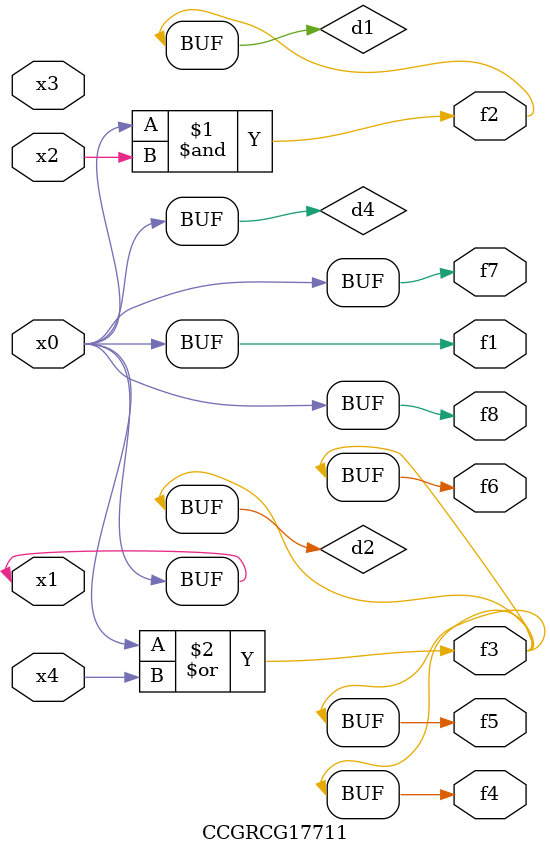
<source format=v>
module CCGRCG17711(
	input x0, x1, x2, x3, x4,
	output f1, f2, f3, f4, f5, f6, f7, f8
);

	wire d1, d2, d3, d4;

	and (d1, x0, x2);
	or (d2, x0, x4);
	nand (d3, x0, x2);
	buf (d4, x0, x1);
	assign f1 = d4;
	assign f2 = d1;
	assign f3 = d2;
	assign f4 = d2;
	assign f5 = d2;
	assign f6 = d2;
	assign f7 = d4;
	assign f8 = d4;
endmodule

</source>
